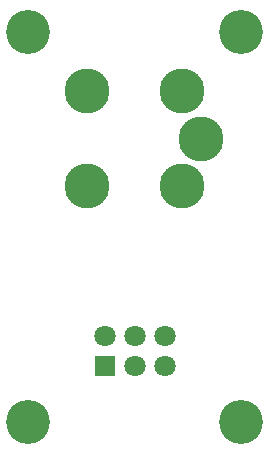
<source format=gbr>
G04 EAGLE Gerber RS-274X export*
G75*
%MOMM*%
%FSLAX34Y34*%
%LPD*%
%INSoldermask Bottom*%
%IPPOS*%
%AMOC8*
5,1,8,0,0,1.08239X$1,22.5*%
G01*
%ADD10C,3.810000*%
%ADD11R,1.808200X1.808200*%
%ADD12C,1.808200*%
%ADD13C,3.719200*%


D10*
X156500Y300000D03*
X60000Y260000D03*
X60000Y340000D03*
X140000Y340000D03*
X140000Y260000D03*
D11*
X74600Y107300D03*
D12*
X74600Y132700D03*
X100000Y107300D03*
X100000Y132700D03*
X125400Y107300D03*
X125400Y132700D03*
D13*
X10000Y60000D03*
X190000Y60000D03*
X10000Y390000D03*
X190000Y390000D03*
M02*

</source>
